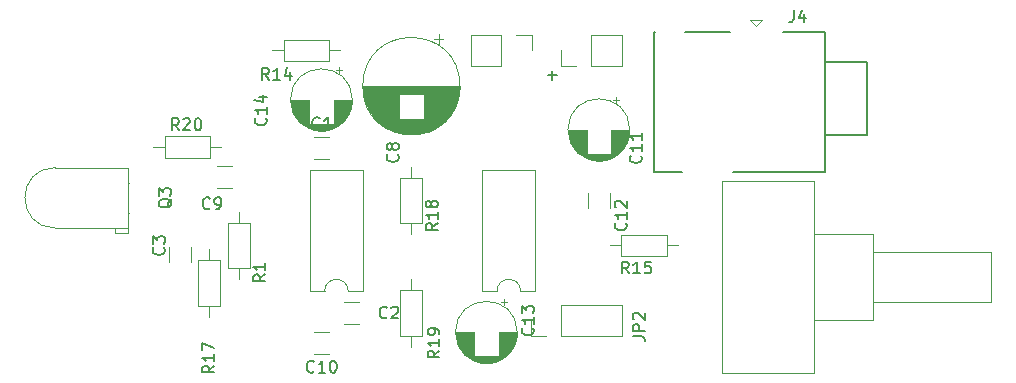
<source format=gbr>
%TF.GenerationSoftware,KiCad,Pcbnew,5.1.9+dfsg1-1*%
%TF.CreationDate,2021-10-11T12:45:34+00:00*%
%TF.ProjectId,LiRX_tht,4c695258-5f74-4687-942e-6b696361645f,rev?*%
%TF.SameCoordinates,Original*%
%TF.FileFunction,Legend,Top*%
%TF.FilePolarity,Positive*%
%FSLAX46Y46*%
G04 Gerber Fmt 4.6, Leading zero omitted, Abs format (unit mm)*
G04 Created by KiCad (PCBNEW 5.1.9+dfsg1-1) date 2021-10-11 12:45:34*
%MOMM*%
%LPD*%
G01*
G04 APERTURE LIST*
%ADD10C,0.150000*%
%ADD11C,0.120000*%
G04 APERTURE END LIST*
D10*
X109347047Y-84653428D02*
X110108952Y-84653428D01*
X109728000Y-85034380D02*
X109728000Y-84272476D01*
D11*
%TO.C,U2*%
X103795000Y-102930000D02*
X105045000Y-102930000D01*
X103795000Y-92650000D02*
X103795000Y-102930000D01*
X108295000Y-92650000D02*
X103795000Y-92650000D01*
X108295000Y-102930000D02*
X108295000Y-92650000D01*
X107045000Y-102930000D02*
X108295000Y-102930000D01*
X105045000Y-102930000D02*
G75*
G02*
X107045000Y-102930000I1000000J0D01*
G01*
%TO.C,C11*%
X115390000Y-86710225D02*
X114890000Y-86710225D01*
X115140000Y-86460225D02*
X115140000Y-86960225D01*
X113949000Y-91866000D02*
X113381000Y-91866000D01*
X114183000Y-91826000D02*
X113147000Y-91826000D01*
X114342000Y-91786000D02*
X112988000Y-91786000D01*
X114470000Y-91746000D02*
X112860000Y-91746000D01*
X114580000Y-91706000D02*
X112750000Y-91706000D01*
X114676000Y-91666000D02*
X112654000Y-91666000D01*
X114763000Y-91626000D02*
X112567000Y-91626000D01*
X114843000Y-91586000D02*
X112487000Y-91586000D01*
X114916000Y-91546000D02*
X112414000Y-91546000D01*
X114984000Y-91506000D02*
X112346000Y-91506000D01*
X115048000Y-91466000D02*
X112282000Y-91466000D01*
X115108000Y-91426000D02*
X112222000Y-91426000D01*
X115165000Y-91386000D02*
X112165000Y-91386000D01*
X115219000Y-91346000D02*
X112111000Y-91346000D01*
X115270000Y-91306000D02*
X112060000Y-91306000D01*
X112625000Y-91266000D02*
X112012000Y-91266000D01*
X115318000Y-91266000D02*
X114705000Y-91266000D01*
X112625000Y-91226000D02*
X111966000Y-91226000D01*
X115364000Y-91226000D02*
X114705000Y-91226000D01*
X112625000Y-91186000D02*
X111922000Y-91186000D01*
X115408000Y-91186000D02*
X114705000Y-91186000D01*
X112625000Y-91146000D02*
X111880000Y-91146000D01*
X115450000Y-91146000D02*
X114705000Y-91146000D01*
X112625000Y-91106000D02*
X111839000Y-91106000D01*
X115491000Y-91106000D02*
X114705000Y-91106000D01*
X112625000Y-91066000D02*
X111801000Y-91066000D01*
X115529000Y-91066000D02*
X114705000Y-91066000D01*
X112625000Y-91026000D02*
X111764000Y-91026000D01*
X115566000Y-91026000D02*
X114705000Y-91026000D01*
X112625000Y-90986000D02*
X111728000Y-90986000D01*
X115602000Y-90986000D02*
X114705000Y-90986000D01*
X112625000Y-90946000D02*
X111694000Y-90946000D01*
X115636000Y-90946000D02*
X114705000Y-90946000D01*
X112625000Y-90906000D02*
X111661000Y-90906000D01*
X115669000Y-90906000D02*
X114705000Y-90906000D01*
X112625000Y-90866000D02*
X111630000Y-90866000D01*
X115700000Y-90866000D02*
X114705000Y-90866000D01*
X112625000Y-90826000D02*
X111600000Y-90826000D01*
X115730000Y-90826000D02*
X114705000Y-90826000D01*
X112625000Y-90786000D02*
X111570000Y-90786000D01*
X115760000Y-90786000D02*
X114705000Y-90786000D01*
X112625000Y-90746000D02*
X111543000Y-90746000D01*
X115787000Y-90746000D02*
X114705000Y-90746000D01*
X112625000Y-90706000D02*
X111516000Y-90706000D01*
X115814000Y-90706000D02*
X114705000Y-90706000D01*
X112625000Y-90666000D02*
X111490000Y-90666000D01*
X115840000Y-90666000D02*
X114705000Y-90666000D01*
X112625000Y-90626000D02*
X111465000Y-90626000D01*
X115865000Y-90626000D02*
X114705000Y-90626000D01*
X112625000Y-90586000D02*
X111441000Y-90586000D01*
X115889000Y-90586000D02*
X114705000Y-90586000D01*
X112625000Y-90546000D02*
X111418000Y-90546000D01*
X115912000Y-90546000D02*
X114705000Y-90546000D01*
X112625000Y-90506000D02*
X111397000Y-90506000D01*
X115933000Y-90506000D02*
X114705000Y-90506000D01*
X112625000Y-90466000D02*
X111375000Y-90466000D01*
X115955000Y-90466000D02*
X114705000Y-90466000D01*
X112625000Y-90426000D02*
X111355000Y-90426000D01*
X115975000Y-90426000D02*
X114705000Y-90426000D01*
X112625000Y-90386000D02*
X111336000Y-90386000D01*
X115994000Y-90386000D02*
X114705000Y-90386000D01*
X112625000Y-90346000D02*
X111317000Y-90346000D01*
X116013000Y-90346000D02*
X114705000Y-90346000D01*
X112625000Y-90306000D02*
X111300000Y-90306000D01*
X116030000Y-90306000D02*
X114705000Y-90306000D01*
X112625000Y-90266000D02*
X111283000Y-90266000D01*
X116047000Y-90266000D02*
X114705000Y-90266000D01*
X112625000Y-90226000D02*
X111267000Y-90226000D01*
X116063000Y-90226000D02*
X114705000Y-90226000D01*
X112625000Y-90186000D02*
X111251000Y-90186000D01*
X116079000Y-90186000D02*
X114705000Y-90186000D01*
X112625000Y-90146000D02*
X111237000Y-90146000D01*
X116093000Y-90146000D02*
X114705000Y-90146000D01*
X112625000Y-90106000D02*
X111223000Y-90106000D01*
X116107000Y-90106000D02*
X114705000Y-90106000D01*
X112625000Y-90066000D02*
X111210000Y-90066000D01*
X116120000Y-90066000D02*
X114705000Y-90066000D01*
X112625000Y-90026000D02*
X111197000Y-90026000D01*
X116133000Y-90026000D02*
X114705000Y-90026000D01*
X112625000Y-89986000D02*
X111185000Y-89986000D01*
X116145000Y-89986000D02*
X114705000Y-89986000D01*
X112625000Y-89945000D02*
X111174000Y-89945000D01*
X116156000Y-89945000D02*
X114705000Y-89945000D01*
X112625000Y-89905000D02*
X111164000Y-89905000D01*
X116166000Y-89905000D02*
X114705000Y-89905000D01*
X112625000Y-89865000D02*
X111154000Y-89865000D01*
X116176000Y-89865000D02*
X114705000Y-89865000D01*
X112625000Y-89825000D02*
X111145000Y-89825000D01*
X116185000Y-89825000D02*
X114705000Y-89825000D01*
X112625000Y-89785000D02*
X111137000Y-89785000D01*
X116193000Y-89785000D02*
X114705000Y-89785000D01*
X112625000Y-89745000D02*
X111129000Y-89745000D01*
X116201000Y-89745000D02*
X114705000Y-89745000D01*
X112625000Y-89705000D02*
X111122000Y-89705000D01*
X116208000Y-89705000D02*
X114705000Y-89705000D01*
X112625000Y-89665000D02*
X111115000Y-89665000D01*
X116215000Y-89665000D02*
X114705000Y-89665000D01*
X112625000Y-89625000D02*
X111109000Y-89625000D01*
X116221000Y-89625000D02*
X114705000Y-89625000D01*
X112625000Y-89585000D02*
X111104000Y-89585000D01*
X116226000Y-89585000D02*
X114705000Y-89585000D01*
X112625000Y-89545000D02*
X111100000Y-89545000D01*
X116230000Y-89545000D02*
X114705000Y-89545000D01*
X112625000Y-89505000D02*
X111096000Y-89505000D01*
X116234000Y-89505000D02*
X114705000Y-89505000D01*
X112625000Y-89465000D02*
X111092000Y-89465000D01*
X116238000Y-89465000D02*
X114705000Y-89465000D01*
X112625000Y-89425000D02*
X111089000Y-89425000D01*
X116241000Y-89425000D02*
X114705000Y-89425000D01*
X112625000Y-89385000D02*
X111087000Y-89385000D01*
X116243000Y-89385000D02*
X114705000Y-89385000D01*
X112625000Y-89345000D02*
X111086000Y-89345000D01*
X116244000Y-89345000D02*
X114705000Y-89345000D01*
X116245000Y-89305000D02*
X114705000Y-89305000D01*
X112625000Y-89305000D02*
X111085000Y-89305000D01*
X116245000Y-89265000D02*
X114705000Y-89265000D01*
X112625000Y-89265000D02*
X111085000Y-89265000D01*
X116285000Y-89265000D02*
G75*
G03*
X116285000Y-89265000I-2620000J0D01*
G01*
%TO.C,BT1*%
X115630000Y-83880000D02*
X115630000Y-81220000D01*
X113030000Y-83880000D02*
X115630000Y-83880000D01*
X113030000Y-81220000D02*
X115630000Y-81220000D01*
X113030000Y-83880000D02*
X113030000Y-81220000D01*
X111760000Y-83880000D02*
X110430000Y-83880000D01*
X110430000Y-83880000D02*
X110430000Y-82550000D01*
%TO.C,C9*%
X82564000Y-94170000D02*
X81306000Y-94170000D01*
X82564000Y-92330000D02*
X81306000Y-92330000D01*
%TO.C,C10*%
X90819000Y-108235000D02*
X89561000Y-108235000D01*
X90819000Y-106395000D02*
X89561000Y-106395000D01*
%TO.C,C12*%
X112745000Y-94601000D02*
X112745000Y-95859000D01*
X114585000Y-94601000D02*
X114585000Y-95859000D01*
%TO.C,J4*%
X126500000Y-79950000D02*
X127000000Y-80500000D01*
X127500000Y-79950000D02*
X126500000Y-79950000D01*
X127000000Y-80500000D02*
X127500000Y-79950000D01*
D10*
X132800000Y-92800000D02*
X125050000Y-92800000D01*
X120700000Y-92800000D02*
X118300000Y-92800000D01*
X118300000Y-92800000D02*
X118300000Y-81000000D01*
X118300000Y-81000000D02*
X118400000Y-81000000D01*
X121000000Y-81000000D02*
X124750000Y-81000000D01*
X129250000Y-81000000D02*
X132800000Y-81000000D01*
X132800000Y-81000000D02*
X132800000Y-92800000D01*
X132800000Y-89700000D02*
X136400000Y-89700000D01*
X136400000Y-89700000D02*
X136400000Y-83500000D01*
X136400000Y-83500000D02*
X132800000Y-83500000D01*
D11*
%TO.C,JP2*%
X115630000Y-106740000D02*
X115630000Y-104080000D01*
X110490000Y-106740000D02*
X115630000Y-106740000D01*
X110490000Y-104080000D02*
X115630000Y-104080000D01*
X110490000Y-106740000D02*
X110490000Y-104080000D01*
X109220000Y-106740000D02*
X107890000Y-106740000D01*
X107890000Y-106740000D02*
X107890000Y-105410000D01*
%TO.C,R1*%
X83185000Y-96190000D02*
X83185000Y-97140000D01*
X83185000Y-101930000D02*
X83185000Y-100980000D01*
X82265000Y-97140000D02*
X82265000Y-100980000D01*
X84105000Y-97140000D02*
X82265000Y-97140000D01*
X84105000Y-100980000D02*
X84105000Y-97140000D01*
X82265000Y-100980000D02*
X84105000Y-100980000D01*
%TO.C,R14*%
X86030000Y-82550000D02*
X86980000Y-82550000D01*
X91770000Y-82550000D02*
X90820000Y-82550000D01*
X86980000Y-83470000D02*
X90820000Y-83470000D01*
X86980000Y-81630000D02*
X86980000Y-83470000D01*
X90820000Y-81630000D02*
X86980000Y-81630000D01*
X90820000Y-83470000D02*
X90820000Y-81630000D01*
%TO.C,R15*%
X115555000Y-98140000D02*
X115555000Y-99980000D01*
X115555000Y-99980000D02*
X119395000Y-99980000D01*
X119395000Y-99980000D02*
X119395000Y-98140000D01*
X119395000Y-98140000D02*
X115555000Y-98140000D01*
X114605000Y-99060000D02*
X115555000Y-99060000D01*
X120345000Y-99060000D02*
X119395000Y-99060000D01*
%TO.C,R17*%
X80645000Y-99365000D02*
X80645000Y-100315000D01*
X80645000Y-105105000D02*
X80645000Y-104155000D01*
X79725000Y-100315000D02*
X79725000Y-104155000D01*
X81565000Y-100315000D02*
X79725000Y-100315000D01*
X81565000Y-104155000D02*
X81565000Y-100315000D01*
X79725000Y-104155000D02*
X81565000Y-104155000D01*
%TO.C,R18*%
X98710000Y-93330000D02*
X96870000Y-93330000D01*
X96870000Y-93330000D02*
X96870000Y-97170000D01*
X96870000Y-97170000D02*
X98710000Y-97170000D01*
X98710000Y-97170000D02*
X98710000Y-93330000D01*
X97790000Y-92380000D02*
X97790000Y-93330000D01*
X97790000Y-98120000D02*
X97790000Y-97170000D01*
%TO.C,R19*%
X98710000Y-102855000D02*
X96870000Y-102855000D01*
X96870000Y-102855000D02*
X96870000Y-106695000D01*
X96870000Y-106695000D02*
X98710000Y-106695000D01*
X98710000Y-106695000D02*
X98710000Y-102855000D01*
X97790000Y-101905000D02*
X97790000Y-102855000D01*
X97790000Y-107645000D02*
X97790000Y-106695000D01*
%TO.C,R20*%
X80730000Y-91670000D02*
X80730000Y-89830000D01*
X80730000Y-89830000D02*
X76890000Y-89830000D01*
X76890000Y-89830000D02*
X76890000Y-91670000D01*
X76890000Y-91670000D02*
X80730000Y-91670000D01*
X81680000Y-90750000D02*
X80730000Y-90750000D01*
X75940000Y-90750000D02*
X76890000Y-90750000D01*
%TO.C,RV3*%
X124130000Y-93630000D02*
X131870000Y-93630000D01*
X124130000Y-109870000D02*
X131870000Y-109870000D01*
X124130000Y-93630000D02*
X124130000Y-109870000D01*
X131870000Y-93630000D02*
X131870000Y-109870000D01*
X131870000Y-98130000D02*
X136870000Y-98130000D01*
X131870000Y-105370000D02*
X136870000Y-105370000D01*
X131870000Y-98130000D02*
X131870000Y-105370000D01*
X136870000Y-98130000D02*
X136870000Y-105370000D01*
X136870000Y-99630000D02*
X146870000Y-99630000D01*
X136870000Y-103870000D02*
X146870000Y-103870000D01*
X136870000Y-99630000D02*
X136870000Y-103870000D01*
X146870000Y-99630000D02*
X146870000Y-103870000D01*
%TO.C,J10*%
X102810000Y-81220000D02*
X102810000Y-83880000D01*
X105410000Y-81220000D02*
X102810000Y-81220000D01*
X105410000Y-83880000D02*
X102810000Y-83880000D01*
X105410000Y-81220000D02*
X105410000Y-83880000D01*
X106680000Y-81220000D02*
X108010000Y-81220000D01*
X108010000Y-81220000D02*
X108010000Y-82550000D01*
%TO.C,U3*%
X92440000Y-102930000D02*
X93690000Y-102930000D01*
X93690000Y-102930000D02*
X93690000Y-92650000D01*
X93690000Y-92650000D02*
X89190000Y-92650000D01*
X89190000Y-92650000D02*
X89190000Y-102930000D01*
X89190000Y-102930000D02*
X90440000Y-102930000D01*
X90440000Y-102930000D02*
G75*
G02*
X92440000Y-102930000I1000000J0D01*
G01*
%TO.C,C8*%
X100505000Y-81560302D02*
X99705000Y-81560302D01*
X100105000Y-81160302D02*
X100105000Y-81960302D01*
X98323000Y-89651000D02*
X97257000Y-89651000D01*
X98558000Y-89611000D02*
X97022000Y-89611000D01*
X98738000Y-89571000D02*
X96842000Y-89571000D01*
X98888000Y-89531000D02*
X96692000Y-89531000D01*
X99019000Y-89491000D02*
X96561000Y-89491000D01*
X99136000Y-89451000D02*
X96444000Y-89451000D01*
X99243000Y-89411000D02*
X96337000Y-89411000D01*
X99342000Y-89371000D02*
X96238000Y-89371000D01*
X99435000Y-89331000D02*
X96145000Y-89331000D01*
X99521000Y-89291000D02*
X96059000Y-89291000D01*
X99603000Y-89251000D02*
X95977000Y-89251000D01*
X99680000Y-89211000D02*
X95900000Y-89211000D01*
X99754000Y-89171000D02*
X95826000Y-89171000D01*
X99824000Y-89131000D02*
X95756000Y-89131000D01*
X99892000Y-89091000D02*
X95688000Y-89091000D01*
X99956000Y-89051000D02*
X95624000Y-89051000D01*
X100018000Y-89011000D02*
X95562000Y-89011000D01*
X100077000Y-88971000D02*
X95503000Y-88971000D01*
X100135000Y-88931000D02*
X95445000Y-88931000D01*
X100190000Y-88891000D02*
X95390000Y-88891000D01*
X100244000Y-88851000D02*
X95336000Y-88851000D01*
X100295000Y-88811000D02*
X95285000Y-88811000D01*
X100346000Y-88771000D02*
X95234000Y-88771000D01*
X100394000Y-88731000D02*
X95186000Y-88731000D01*
X100441000Y-88691000D02*
X95139000Y-88691000D01*
X100487000Y-88651000D02*
X95093000Y-88651000D01*
X100531000Y-88611000D02*
X95049000Y-88611000D01*
X100574000Y-88571000D02*
X95006000Y-88571000D01*
X100616000Y-88531000D02*
X94964000Y-88531000D01*
X100657000Y-88491000D02*
X94923000Y-88491000D01*
X100697000Y-88451000D02*
X94883000Y-88451000D01*
X100735000Y-88411000D02*
X94845000Y-88411000D01*
X100773000Y-88371000D02*
X94807000Y-88371000D01*
X96750000Y-88331000D02*
X94771000Y-88331000D01*
X100809000Y-88331000D02*
X98830000Y-88331000D01*
X96750000Y-88291000D02*
X94735000Y-88291000D01*
X100845000Y-88291000D02*
X98830000Y-88291000D01*
X96750000Y-88251000D02*
X94700000Y-88251000D01*
X100880000Y-88251000D02*
X98830000Y-88251000D01*
X96750000Y-88211000D02*
X94666000Y-88211000D01*
X100914000Y-88211000D02*
X98830000Y-88211000D01*
X96750000Y-88171000D02*
X94634000Y-88171000D01*
X100946000Y-88171000D02*
X98830000Y-88171000D01*
X96750000Y-88131000D02*
X94601000Y-88131000D01*
X100979000Y-88131000D02*
X98830000Y-88131000D01*
X96750000Y-88091000D02*
X94570000Y-88091000D01*
X101010000Y-88091000D02*
X98830000Y-88091000D01*
X96750000Y-88051000D02*
X94540000Y-88051000D01*
X101040000Y-88051000D02*
X98830000Y-88051000D01*
X96750000Y-88011000D02*
X94510000Y-88011000D01*
X101070000Y-88011000D02*
X98830000Y-88011000D01*
X96750000Y-87971000D02*
X94481000Y-87971000D01*
X101099000Y-87971000D02*
X98830000Y-87971000D01*
X96750000Y-87931000D02*
X94452000Y-87931000D01*
X101128000Y-87931000D02*
X98830000Y-87931000D01*
X96750000Y-87891000D02*
X94425000Y-87891000D01*
X101155000Y-87891000D02*
X98830000Y-87891000D01*
X96750000Y-87851000D02*
X94398000Y-87851000D01*
X101182000Y-87851000D02*
X98830000Y-87851000D01*
X96750000Y-87811000D02*
X94372000Y-87811000D01*
X101208000Y-87811000D02*
X98830000Y-87811000D01*
X96750000Y-87771000D02*
X94346000Y-87771000D01*
X101234000Y-87771000D02*
X98830000Y-87771000D01*
X96750000Y-87731000D02*
X94321000Y-87731000D01*
X101259000Y-87731000D02*
X98830000Y-87731000D01*
X96750000Y-87691000D02*
X94297000Y-87691000D01*
X101283000Y-87691000D02*
X98830000Y-87691000D01*
X96750000Y-87651000D02*
X94273000Y-87651000D01*
X101307000Y-87651000D02*
X98830000Y-87651000D01*
X96750000Y-87611000D02*
X94250000Y-87611000D01*
X101330000Y-87611000D02*
X98830000Y-87611000D01*
X96750000Y-87571000D02*
X94228000Y-87571000D01*
X101352000Y-87571000D02*
X98830000Y-87571000D01*
X96750000Y-87531000D02*
X94206000Y-87531000D01*
X101374000Y-87531000D02*
X98830000Y-87531000D01*
X96750000Y-87491000D02*
X94184000Y-87491000D01*
X101396000Y-87491000D02*
X98830000Y-87491000D01*
X96750000Y-87451000D02*
X94163000Y-87451000D01*
X101417000Y-87451000D02*
X98830000Y-87451000D01*
X96750000Y-87411000D02*
X94143000Y-87411000D01*
X101437000Y-87411000D02*
X98830000Y-87411000D01*
X96750000Y-87371000D02*
X94124000Y-87371000D01*
X101456000Y-87371000D02*
X98830000Y-87371000D01*
X96750000Y-87331000D02*
X94104000Y-87331000D01*
X101476000Y-87331000D02*
X98830000Y-87331000D01*
X96750000Y-87291000D02*
X94086000Y-87291000D01*
X101494000Y-87291000D02*
X98830000Y-87291000D01*
X96750000Y-87251000D02*
X94068000Y-87251000D01*
X101512000Y-87251000D02*
X98830000Y-87251000D01*
X96750000Y-87211000D02*
X94050000Y-87211000D01*
X101530000Y-87211000D02*
X98830000Y-87211000D01*
X96750000Y-87171000D02*
X94033000Y-87171000D01*
X101547000Y-87171000D02*
X98830000Y-87171000D01*
X96750000Y-87131000D02*
X94016000Y-87131000D01*
X101564000Y-87131000D02*
X98830000Y-87131000D01*
X96750000Y-87091000D02*
X94000000Y-87091000D01*
X101580000Y-87091000D02*
X98830000Y-87091000D01*
X96750000Y-87051000D02*
X93985000Y-87051000D01*
X101595000Y-87051000D02*
X98830000Y-87051000D01*
X96750000Y-87011000D02*
X93969000Y-87011000D01*
X101611000Y-87011000D02*
X98830000Y-87011000D01*
X96750000Y-86971000D02*
X93955000Y-86971000D01*
X101625000Y-86971000D02*
X98830000Y-86971000D01*
X96750000Y-86931000D02*
X93940000Y-86931000D01*
X101640000Y-86931000D02*
X98830000Y-86931000D01*
X96750000Y-86891000D02*
X93927000Y-86891000D01*
X101653000Y-86891000D02*
X98830000Y-86891000D01*
X96750000Y-86851000D02*
X93913000Y-86851000D01*
X101667000Y-86851000D02*
X98830000Y-86851000D01*
X96750000Y-86811000D02*
X93901000Y-86811000D01*
X101679000Y-86811000D02*
X98830000Y-86811000D01*
X96750000Y-86771000D02*
X93888000Y-86771000D01*
X101692000Y-86771000D02*
X98830000Y-86771000D01*
X96750000Y-86731000D02*
X93876000Y-86731000D01*
X101704000Y-86731000D02*
X98830000Y-86731000D01*
X96750000Y-86691000D02*
X93865000Y-86691000D01*
X101715000Y-86691000D02*
X98830000Y-86691000D01*
X96750000Y-86651000D02*
X93854000Y-86651000D01*
X101726000Y-86651000D02*
X98830000Y-86651000D01*
X96750000Y-86611000D02*
X93843000Y-86611000D01*
X101737000Y-86611000D02*
X98830000Y-86611000D01*
X96750000Y-86571000D02*
X93833000Y-86571000D01*
X101747000Y-86571000D02*
X98830000Y-86571000D01*
X96750000Y-86531000D02*
X93823000Y-86531000D01*
X101757000Y-86531000D02*
X98830000Y-86531000D01*
X96750000Y-86491000D02*
X93814000Y-86491000D01*
X101766000Y-86491000D02*
X98830000Y-86491000D01*
X96750000Y-86451000D02*
X93805000Y-86451000D01*
X101775000Y-86451000D02*
X98830000Y-86451000D01*
X96750000Y-86411000D02*
X93796000Y-86411000D01*
X101784000Y-86411000D02*
X98830000Y-86411000D01*
X96750000Y-86371000D02*
X93788000Y-86371000D01*
X101792000Y-86371000D02*
X98830000Y-86371000D01*
X96750000Y-86331000D02*
X93780000Y-86331000D01*
X101800000Y-86331000D02*
X98830000Y-86331000D01*
X96750000Y-86291000D02*
X93773000Y-86291000D01*
X101807000Y-86291000D02*
X98830000Y-86291000D01*
X101814000Y-86250000D02*
X93766000Y-86250000D01*
X101820000Y-86210000D02*
X93760000Y-86210000D01*
X101827000Y-86170000D02*
X93753000Y-86170000D01*
X101832000Y-86130000D02*
X93748000Y-86130000D01*
X101838000Y-86090000D02*
X93742000Y-86090000D01*
X101842000Y-86050000D02*
X93738000Y-86050000D01*
X101847000Y-86010000D02*
X93733000Y-86010000D01*
X101851000Y-85970000D02*
X93729000Y-85970000D01*
X101855000Y-85930000D02*
X93725000Y-85930000D01*
X101858000Y-85890000D02*
X93722000Y-85890000D01*
X101861000Y-85850000D02*
X93719000Y-85850000D01*
X101864000Y-85810000D02*
X93716000Y-85810000D01*
X101866000Y-85770000D02*
X93714000Y-85770000D01*
X101867000Y-85730000D02*
X93713000Y-85730000D01*
X101869000Y-85690000D02*
X93711000Y-85690000D01*
X101870000Y-85650000D02*
X93710000Y-85650000D01*
X101870000Y-85610000D02*
X93710000Y-85610000D01*
X101870000Y-85570000D02*
X93710000Y-85570000D01*
X101910000Y-85570000D02*
G75*
G03*
X101910000Y-85570000I-4120000J0D01*
G01*
%TO.C,C13*%
X106760000Y-106410000D02*
G75*
G03*
X106760000Y-106410000I-2620000J0D01*
G01*
X103100000Y-106410000D02*
X101560000Y-106410000D01*
X106720000Y-106410000D02*
X105180000Y-106410000D01*
X103100000Y-106450000D02*
X101560000Y-106450000D01*
X106720000Y-106450000D02*
X105180000Y-106450000D01*
X106719000Y-106490000D02*
X105180000Y-106490000D01*
X103100000Y-106490000D02*
X101561000Y-106490000D01*
X106718000Y-106530000D02*
X105180000Y-106530000D01*
X103100000Y-106530000D02*
X101562000Y-106530000D01*
X106716000Y-106570000D02*
X105180000Y-106570000D01*
X103100000Y-106570000D02*
X101564000Y-106570000D01*
X106713000Y-106610000D02*
X105180000Y-106610000D01*
X103100000Y-106610000D02*
X101567000Y-106610000D01*
X106709000Y-106650000D02*
X105180000Y-106650000D01*
X103100000Y-106650000D02*
X101571000Y-106650000D01*
X106705000Y-106690000D02*
X105180000Y-106690000D01*
X103100000Y-106690000D02*
X101575000Y-106690000D01*
X106701000Y-106730000D02*
X105180000Y-106730000D01*
X103100000Y-106730000D02*
X101579000Y-106730000D01*
X106696000Y-106770000D02*
X105180000Y-106770000D01*
X103100000Y-106770000D02*
X101584000Y-106770000D01*
X106690000Y-106810000D02*
X105180000Y-106810000D01*
X103100000Y-106810000D02*
X101590000Y-106810000D01*
X106683000Y-106850000D02*
X105180000Y-106850000D01*
X103100000Y-106850000D02*
X101597000Y-106850000D01*
X106676000Y-106890000D02*
X105180000Y-106890000D01*
X103100000Y-106890000D02*
X101604000Y-106890000D01*
X106668000Y-106930000D02*
X105180000Y-106930000D01*
X103100000Y-106930000D02*
X101612000Y-106930000D01*
X106660000Y-106970000D02*
X105180000Y-106970000D01*
X103100000Y-106970000D02*
X101620000Y-106970000D01*
X106651000Y-107010000D02*
X105180000Y-107010000D01*
X103100000Y-107010000D02*
X101629000Y-107010000D01*
X106641000Y-107050000D02*
X105180000Y-107050000D01*
X103100000Y-107050000D02*
X101639000Y-107050000D01*
X106631000Y-107090000D02*
X105180000Y-107090000D01*
X103100000Y-107090000D02*
X101649000Y-107090000D01*
X106620000Y-107131000D02*
X105180000Y-107131000D01*
X103100000Y-107131000D02*
X101660000Y-107131000D01*
X106608000Y-107171000D02*
X105180000Y-107171000D01*
X103100000Y-107171000D02*
X101672000Y-107171000D01*
X106595000Y-107211000D02*
X105180000Y-107211000D01*
X103100000Y-107211000D02*
X101685000Y-107211000D01*
X106582000Y-107251000D02*
X105180000Y-107251000D01*
X103100000Y-107251000D02*
X101698000Y-107251000D01*
X106568000Y-107291000D02*
X105180000Y-107291000D01*
X103100000Y-107291000D02*
X101712000Y-107291000D01*
X106554000Y-107331000D02*
X105180000Y-107331000D01*
X103100000Y-107331000D02*
X101726000Y-107331000D01*
X106538000Y-107371000D02*
X105180000Y-107371000D01*
X103100000Y-107371000D02*
X101742000Y-107371000D01*
X106522000Y-107411000D02*
X105180000Y-107411000D01*
X103100000Y-107411000D02*
X101758000Y-107411000D01*
X106505000Y-107451000D02*
X105180000Y-107451000D01*
X103100000Y-107451000D02*
X101775000Y-107451000D01*
X106488000Y-107491000D02*
X105180000Y-107491000D01*
X103100000Y-107491000D02*
X101792000Y-107491000D01*
X106469000Y-107531000D02*
X105180000Y-107531000D01*
X103100000Y-107531000D02*
X101811000Y-107531000D01*
X106450000Y-107571000D02*
X105180000Y-107571000D01*
X103100000Y-107571000D02*
X101830000Y-107571000D01*
X106430000Y-107611000D02*
X105180000Y-107611000D01*
X103100000Y-107611000D02*
X101850000Y-107611000D01*
X106408000Y-107651000D02*
X105180000Y-107651000D01*
X103100000Y-107651000D02*
X101872000Y-107651000D01*
X106387000Y-107691000D02*
X105180000Y-107691000D01*
X103100000Y-107691000D02*
X101893000Y-107691000D01*
X106364000Y-107731000D02*
X105180000Y-107731000D01*
X103100000Y-107731000D02*
X101916000Y-107731000D01*
X106340000Y-107771000D02*
X105180000Y-107771000D01*
X103100000Y-107771000D02*
X101940000Y-107771000D01*
X106315000Y-107811000D02*
X105180000Y-107811000D01*
X103100000Y-107811000D02*
X101965000Y-107811000D01*
X106289000Y-107851000D02*
X105180000Y-107851000D01*
X103100000Y-107851000D02*
X101991000Y-107851000D01*
X106262000Y-107891000D02*
X105180000Y-107891000D01*
X103100000Y-107891000D02*
X102018000Y-107891000D01*
X106235000Y-107931000D02*
X105180000Y-107931000D01*
X103100000Y-107931000D02*
X102045000Y-107931000D01*
X106205000Y-107971000D02*
X105180000Y-107971000D01*
X103100000Y-107971000D02*
X102075000Y-107971000D01*
X106175000Y-108011000D02*
X105180000Y-108011000D01*
X103100000Y-108011000D02*
X102105000Y-108011000D01*
X106144000Y-108051000D02*
X105180000Y-108051000D01*
X103100000Y-108051000D02*
X102136000Y-108051000D01*
X106111000Y-108091000D02*
X105180000Y-108091000D01*
X103100000Y-108091000D02*
X102169000Y-108091000D01*
X106077000Y-108131000D02*
X105180000Y-108131000D01*
X103100000Y-108131000D02*
X102203000Y-108131000D01*
X106041000Y-108171000D02*
X105180000Y-108171000D01*
X103100000Y-108171000D02*
X102239000Y-108171000D01*
X106004000Y-108211000D02*
X105180000Y-108211000D01*
X103100000Y-108211000D02*
X102276000Y-108211000D01*
X105966000Y-108251000D02*
X105180000Y-108251000D01*
X103100000Y-108251000D02*
X102314000Y-108251000D01*
X105925000Y-108291000D02*
X105180000Y-108291000D01*
X103100000Y-108291000D02*
X102355000Y-108291000D01*
X105883000Y-108331000D02*
X105180000Y-108331000D01*
X103100000Y-108331000D02*
X102397000Y-108331000D01*
X105839000Y-108371000D02*
X105180000Y-108371000D01*
X103100000Y-108371000D02*
X102441000Y-108371000D01*
X105793000Y-108411000D02*
X105180000Y-108411000D01*
X103100000Y-108411000D02*
X102487000Y-108411000D01*
X105745000Y-108451000D02*
X102535000Y-108451000D01*
X105694000Y-108491000D02*
X102586000Y-108491000D01*
X105640000Y-108531000D02*
X102640000Y-108531000D01*
X105583000Y-108571000D02*
X102697000Y-108571000D01*
X105523000Y-108611000D02*
X102757000Y-108611000D01*
X105459000Y-108651000D02*
X102821000Y-108651000D01*
X105391000Y-108691000D02*
X102889000Y-108691000D01*
X105318000Y-108731000D02*
X102962000Y-108731000D01*
X105238000Y-108771000D02*
X103042000Y-108771000D01*
X105151000Y-108811000D02*
X103129000Y-108811000D01*
X105055000Y-108851000D02*
X103225000Y-108851000D01*
X104945000Y-108891000D02*
X103335000Y-108891000D01*
X104817000Y-108931000D02*
X103463000Y-108931000D01*
X104658000Y-108971000D02*
X103622000Y-108971000D01*
X104424000Y-109011000D02*
X103856000Y-109011000D01*
X105615000Y-103605225D02*
X105615000Y-104105225D01*
X105865000Y-103855225D02*
X105365000Y-103855225D01*
%TO.C,C14*%
X91895000Y-84170225D02*
X91395000Y-84170225D01*
X91645000Y-83920225D02*
X91645000Y-84420225D01*
X90454000Y-89326000D02*
X89886000Y-89326000D01*
X90688000Y-89286000D02*
X89652000Y-89286000D01*
X90847000Y-89246000D02*
X89493000Y-89246000D01*
X90975000Y-89206000D02*
X89365000Y-89206000D01*
X91085000Y-89166000D02*
X89255000Y-89166000D01*
X91181000Y-89126000D02*
X89159000Y-89126000D01*
X91268000Y-89086000D02*
X89072000Y-89086000D01*
X91348000Y-89046000D02*
X88992000Y-89046000D01*
X91421000Y-89006000D02*
X88919000Y-89006000D01*
X91489000Y-88966000D02*
X88851000Y-88966000D01*
X91553000Y-88926000D02*
X88787000Y-88926000D01*
X91613000Y-88886000D02*
X88727000Y-88886000D01*
X91670000Y-88846000D02*
X88670000Y-88846000D01*
X91724000Y-88806000D02*
X88616000Y-88806000D01*
X91775000Y-88766000D02*
X88565000Y-88766000D01*
X89130000Y-88726000D02*
X88517000Y-88726000D01*
X91823000Y-88726000D02*
X91210000Y-88726000D01*
X89130000Y-88686000D02*
X88471000Y-88686000D01*
X91869000Y-88686000D02*
X91210000Y-88686000D01*
X89130000Y-88646000D02*
X88427000Y-88646000D01*
X91913000Y-88646000D02*
X91210000Y-88646000D01*
X89130000Y-88606000D02*
X88385000Y-88606000D01*
X91955000Y-88606000D02*
X91210000Y-88606000D01*
X89130000Y-88566000D02*
X88344000Y-88566000D01*
X91996000Y-88566000D02*
X91210000Y-88566000D01*
X89130000Y-88526000D02*
X88306000Y-88526000D01*
X92034000Y-88526000D02*
X91210000Y-88526000D01*
X89130000Y-88486000D02*
X88269000Y-88486000D01*
X92071000Y-88486000D02*
X91210000Y-88486000D01*
X89130000Y-88446000D02*
X88233000Y-88446000D01*
X92107000Y-88446000D02*
X91210000Y-88446000D01*
X89130000Y-88406000D02*
X88199000Y-88406000D01*
X92141000Y-88406000D02*
X91210000Y-88406000D01*
X89130000Y-88366000D02*
X88166000Y-88366000D01*
X92174000Y-88366000D02*
X91210000Y-88366000D01*
X89130000Y-88326000D02*
X88135000Y-88326000D01*
X92205000Y-88326000D02*
X91210000Y-88326000D01*
X89130000Y-88286000D02*
X88105000Y-88286000D01*
X92235000Y-88286000D02*
X91210000Y-88286000D01*
X89130000Y-88246000D02*
X88075000Y-88246000D01*
X92265000Y-88246000D02*
X91210000Y-88246000D01*
X89130000Y-88206000D02*
X88048000Y-88206000D01*
X92292000Y-88206000D02*
X91210000Y-88206000D01*
X89130000Y-88166000D02*
X88021000Y-88166000D01*
X92319000Y-88166000D02*
X91210000Y-88166000D01*
X89130000Y-88126000D02*
X87995000Y-88126000D01*
X92345000Y-88126000D02*
X91210000Y-88126000D01*
X89130000Y-88086000D02*
X87970000Y-88086000D01*
X92370000Y-88086000D02*
X91210000Y-88086000D01*
X89130000Y-88046000D02*
X87946000Y-88046000D01*
X92394000Y-88046000D02*
X91210000Y-88046000D01*
X89130000Y-88006000D02*
X87923000Y-88006000D01*
X92417000Y-88006000D02*
X91210000Y-88006000D01*
X89130000Y-87966000D02*
X87902000Y-87966000D01*
X92438000Y-87966000D02*
X91210000Y-87966000D01*
X89130000Y-87926000D02*
X87880000Y-87926000D01*
X92460000Y-87926000D02*
X91210000Y-87926000D01*
X89130000Y-87886000D02*
X87860000Y-87886000D01*
X92480000Y-87886000D02*
X91210000Y-87886000D01*
X89130000Y-87846000D02*
X87841000Y-87846000D01*
X92499000Y-87846000D02*
X91210000Y-87846000D01*
X89130000Y-87806000D02*
X87822000Y-87806000D01*
X92518000Y-87806000D02*
X91210000Y-87806000D01*
X89130000Y-87766000D02*
X87805000Y-87766000D01*
X92535000Y-87766000D02*
X91210000Y-87766000D01*
X89130000Y-87726000D02*
X87788000Y-87726000D01*
X92552000Y-87726000D02*
X91210000Y-87726000D01*
X89130000Y-87686000D02*
X87772000Y-87686000D01*
X92568000Y-87686000D02*
X91210000Y-87686000D01*
X89130000Y-87646000D02*
X87756000Y-87646000D01*
X92584000Y-87646000D02*
X91210000Y-87646000D01*
X89130000Y-87606000D02*
X87742000Y-87606000D01*
X92598000Y-87606000D02*
X91210000Y-87606000D01*
X89130000Y-87566000D02*
X87728000Y-87566000D01*
X92612000Y-87566000D02*
X91210000Y-87566000D01*
X89130000Y-87526000D02*
X87715000Y-87526000D01*
X92625000Y-87526000D02*
X91210000Y-87526000D01*
X89130000Y-87486000D02*
X87702000Y-87486000D01*
X92638000Y-87486000D02*
X91210000Y-87486000D01*
X89130000Y-87446000D02*
X87690000Y-87446000D01*
X92650000Y-87446000D02*
X91210000Y-87446000D01*
X89130000Y-87405000D02*
X87679000Y-87405000D01*
X92661000Y-87405000D02*
X91210000Y-87405000D01*
X89130000Y-87365000D02*
X87669000Y-87365000D01*
X92671000Y-87365000D02*
X91210000Y-87365000D01*
X89130000Y-87325000D02*
X87659000Y-87325000D01*
X92681000Y-87325000D02*
X91210000Y-87325000D01*
X89130000Y-87285000D02*
X87650000Y-87285000D01*
X92690000Y-87285000D02*
X91210000Y-87285000D01*
X89130000Y-87245000D02*
X87642000Y-87245000D01*
X92698000Y-87245000D02*
X91210000Y-87245000D01*
X89130000Y-87205000D02*
X87634000Y-87205000D01*
X92706000Y-87205000D02*
X91210000Y-87205000D01*
X89130000Y-87165000D02*
X87627000Y-87165000D01*
X92713000Y-87165000D02*
X91210000Y-87165000D01*
X89130000Y-87125000D02*
X87620000Y-87125000D01*
X92720000Y-87125000D02*
X91210000Y-87125000D01*
X89130000Y-87085000D02*
X87614000Y-87085000D01*
X92726000Y-87085000D02*
X91210000Y-87085000D01*
X89130000Y-87045000D02*
X87609000Y-87045000D01*
X92731000Y-87045000D02*
X91210000Y-87045000D01*
X89130000Y-87005000D02*
X87605000Y-87005000D01*
X92735000Y-87005000D02*
X91210000Y-87005000D01*
X89130000Y-86965000D02*
X87601000Y-86965000D01*
X92739000Y-86965000D02*
X91210000Y-86965000D01*
X89130000Y-86925000D02*
X87597000Y-86925000D01*
X92743000Y-86925000D02*
X91210000Y-86925000D01*
X89130000Y-86885000D02*
X87594000Y-86885000D01*
X92746000Y-86885000D02*
X91210000Y-86885000D01*
X89130000Y-86845000D02*
X87592000Y-86845000D01*
X92748000Y-86845000D02*
X91210000Y-86845000D01*
X89130000Y-86805000D02*
X87591000Y-86805000D01*
X92749000Y-86805000D02*
X91210000Y-86805000D01*
X92750000Y-86765000D02*
X91210000Y-86765000D01*
X89130000Y-86765000D02*
X87590000Y-86765000D01*
X92750000Y-86725000D02*
X91210000Y-86725000D01*
X89130000Y-86725000D02*
X87590000Y-86725000D01*
X92790000Y-86725000D02*
G75*
G03*
X92790000Y-86725000I-2620000J0D01*
G01*
%TO.C,C1*%
X89561000Y-89885000D02*
X90819000Y-89885000D01*
X89561000Y-91725000D02*
X90819000Y-91725000D01*
%TO.C,C2*%
X92061000Y-105695000D02*
X93319000Y-105695000D01*
X92061000Y-103855000D02*
X93319000Y-103855000D01*
%TO.C,Q3*%
X73790000Y-92460000D02*
X67630000Y-92460000D01*
X73790000Y-97580000D02*
X67630000Y-97580000D01*
X73790000Y-92460000D02*
X73790000Y-97580000D01*
X73790000Y-97980000D02*
X72670000Y-97980000D01*
X72670000Y-97980000D02*
X72670000Y-97580000D01*
X72670000Y-97580000D02*
X73790000Y-97580000D01*
X73790000Y-97580000D02*
X73790000Y-97980000D01*
X73920000Y-93750000D02*
X73790000Y-93750000D01*
X73790000Y-93750000D02*
X73790000Y-93750000D01*
X73790000Y-93750000D02*
X73920000Y-93750000D01*
X73920000Y-93750000D02*
X73920000Y-93750000D01*
X73920000Y-96290000D02*
X73790000Y-96290000D01*
X73790000Y-96290000D02*
X73790000Y-96290000D01*
X73790000Y-96290000D02*
X73920000Y-96290000D01*
X73920000Y-96290000D02*
X73920000Y-96290000D01*
X67630000Y-97580000D02*
G75*
G02*
X67630000Y-92460000I0J2560000D01*
G01*
%TO.C,C3*%
X77312000Y-100471000D02*
X77312000Y-99213000D01*
X79152000Y-100471000D02*
X79152000Y-99213000D01*
%TO.C,C11*%
D10*
X117197142Y-91447857D02*
X117244761Y-91495476D01*
X117292380Y-91638333D01*
X117292380Y-91733571D01*
X117244761Y-91876428D01*
X117149523Y-91971666D01*
X117054285Y-92019285D01*
X116863809Y-92066904D01*
X116720952Y-92066904D01*
X116530476Y-92019285D01*
X116435238Y-91971666D01*
X116340000Y-91876428D01*
X116292380Y-91733571D01*
X116292380Y-91638333D01*
X116340000Y-91495476D01*
X116387619Y-91447857D01*
X117292380Y-90495476D02*
X117292380Y-91066904D01*
X117292380Y-90781190D02*
X116292380Y-90781190D01*
X116435238Y-90876428D01*
X116530476Y-90971666D01*
X116578095Y-91066904D01*
X117292380Y-89543095D02*
X117292380Y-90114523D01*
X117292380Y-89828809D02*
X116292380Y-89828809D01*
X116435238Y-89924047D01*
X116530476Y-90019285D01*
X116578095Y-90114523D01*
%TO.C,C9*%
X80732333Y-95893142D02*
X80684714Y-95940761D01*
X80541857Y-95988380D01*
X80446619Y-95988380D01*
X80303761Y-95940761D01*
X80208523Y-95845523D01*
X80160904Y-95750285D01*
X80113285Y-95559809D01*
X80113285Y-95416952D01*
X80160904Y-95226476D01*
X80208523Y-95131238D01*
X80303761Y-95036000D01*
X80446619Y-94988380D01*
X80541857Y-94988380D01*
X80684714Y-95036000D01*
X80732333Y-95083619D01*
X81208523Y-95988380D02*
X81399000Y-95988380D01*
X81494238Y-95940761D01*
X81541857Y-95893142D01*
X81637095Y-95750285D01*
X81684714Y-95559809D01*
X81684714Y-95178857D01*
X81637095Y-95083619D01*
X81589476Y-95036000D01*
X81494238Y-94988380D01*
X81303761Y-94988380D01*
X81208523Y-95036000D01*
X81160904Y-95083619D01*
X81113285Y-95178857D01*
X81113285Y-95416952D01*
X81160904Y-95512190D01*
X81208523Y-95559809D01*
X81303761Y-95607428D01*
X81494238Y-95607428D01*
X81589476Y-95559809D01*
X81637095Y-95512190D01*
X81684714Y-95416952D01*
%TO.C,C10*%
X89547142Y-109722142D02*
X89499523Y-109769761D01*
X89356666Y-109817380D01*
X89261428Y-109817380D01*
X89118571Y-109769761D01*
X89023333Y-109674523D01*
X88975714Y-109579285D01*
X88928095Y-109388809D01*
X88928095Y-109245952D01*
X88975714Y-109055476D01*
X89023333Y-108960238D01*
X89118571Y-108865000D01*
X89261428Y-108817380D01*
X89356666Y-108817380D01*
X89499523Y-108865000D01*
X89547142Y-108912619D01*
X90499523Y-109817380D02*
X89928095Y-109817380D01*
X90213809Y-109817380D02*
X90213809Y-108817380D01*
X90118571Y-108960238D01*
X90023333Y-109055476D01*
X89928095Y-109103095D01*
X91118571Y-108817380D02*
X91213809Y-108817380D01*
X91309047Y-108865000D01*
X91356666Y-108912619D01*
X91404285Y-109007857D01*
X91451904Y-109198333D01*
X91451904Y-109436428D01*
X91404285Y-109626904D01*
X91356666Y-109722142D01*
X91309047Y-109769761D01*
X91213809Y-109817380D01*
X91118571Y-109817380D01*
X91023333Y-109769761D01*
X90975714Y-109722142D01*
X90928095Y-109626904D01*
X90880476Y-109436428D01*
X90880476Y-109198333D01*
X90928095Y-109007857D01*
X90975714Y-108912619D01*
X91023333Y-108865000D01*
X91118571Y-108817380D01*
%TO.C,C12*%
X115927142Y-97162857D02*
X115974761Y-97210476D01*
X116022380Y-97353333D01*
X116022380Y-97448571D01*
X115974761Y-97591428D01*
X115879523Y-97686666D01*
X115784285Y-97734285D01*
X115593809Y-97781904D01*
X115450952Y-97781904D01*
X115260476Y-97734285D01*
X115165238Y-97686666D01*
X115070000Y-97591428D01*
X115022380Y-97448571D01*
X115022380Y-97353333D01*
X115070000Y-97210476D01*
X115117619Y-97162857D01*
X116022380Y-96210476D02*
X116022380Y-96781904D01*
X116022380Y-96496190D02*
X115022380Y-96496190D01*
X115165238Y-96591428D01*
X115260476Y-96686666D01*
X115308095Y-96781904D01*
X115117619Y-95829523D02*
X115070000Y-95781904D01*
X115022380Y-95686666D01*
X115022380Y-95448571D01*
X115070000Y-95353333D01*
X115117619Y-95305714D01*
X115212857Y-95258095D01*
X115308095Y-95258095D01*
X115450952Y-95305714D01*
X116022380Y-95877142D01*
X116022380Y-95258095D01*
%TO.C,J4*%
X130166666Y-79152380D02*
X130166666Y-79866666D01*
X130119047Y-80009523D01*
X130023809Y-80104761D01*
X129880952Y-80152380D01*
X129785714Y-80152380D01*
X131071428Y-79485714D02*
X131071428Y-80152380D01*
X130833333Y-79104761D02*
X130595238Y-79819047D01*
X131214285Y-79819047D01*
%TO.C,JP2*%
X116546380Y-106751333D02*
X117260666Y-106751333D01*
X117403523Y-106798952D01*
X117498761Y-106894190D01*
X117546380Y-107037047D01*
X117546380Y-107132285D01*
X117546380Y-106275142D02*
X116546380Y-106275142D01*
X116546380Y-105894190D01*
X116594000Y-105798952D01*
X116641619Y-105751333D01*
X116736857Y-105703714D01*
X116879714Y-105703714D01*
X116974952Y-105751333D01*
X117022571Y-105798952D01*
X117070190Y-105894190D01*
X117070190Y-106275142D01*
X116641619Y-105322761D02*
X116594000Y-105275142D01*
X116546380Y-105179904D01*
X116546380Y-104941809D01*
X116594000Y-104846571D01*
X116641619Y-104798952D01*
X116736857Y-104751333D01*
X116832095Y-104751333D01*
X116974952Y-104798952D01*
X117546380Y-105370380D01*
X117546380Y-104751333D01*
%TO.C,R1*%
X85415380Y-101512666D02*
X84939190Y-101846000D01*
X85415380Y-102084095D02*
X84415380Y-102084095D01*
X84415380Y-101703142D01*
X84463000Y-101607904D01*
X84510619Y-101560285D01*
X84605857Y-101512666D01*
X84748714Y-101512666D01*
X84843952Y-101560285D01*
X84891571Y-101607904D01*
X84939190Y-101703142D01*
X84939190Y-102084095D01*
X85415380Y-100560285D02*
X85415380Y-101131714D01*
X85415380Y-100846000D02*
X84415380Y-100846000D01*
X84558238Y-100941238D01*
X84653476Y-101036476D01*
X84701095Y-101131714D01*
%TO.C,R14*%
X85717142Y-85034380D02*
X85383809Y-84558190D01*
X85145714Y-85034380D02*
X85145714Y-84034380D01*
X85526666Y-84034380D01*
X85621904Y-84082000D01*
X85669523Y-84129619D01*
X85717142Y-84224857D01*
X85717142Y-84367714D01*
X85669523Y-84462952D01*
X85621904Y-84510571D01*
X85526666Y-84558190D01*
X85145714Y-84558190D01*
X86669523Y-85034380D02*
X86098095Y-85034380D01*
X86383809Y-85034380D02*
X86383809Y-84034380D01*
X86288571Y-84177238D01*
X86193333Y-84272476D01*
X86098095Y-84320095D01*
X87526666Y-84367714D02*
X87526666Y-85034380D01*
X87288571Y-83986761D02*
X87050476Y-84701047D01*
X87669523Y-84701047D01*
%TO.C,R15*%
X116197142Y-101417380D02*
X115863809Y-100941190D01*
X115625714Y-101417380D02*
X115625714Y-100417380D01*
X116006666Y-100417380D01*
X116101904Y-100465000D01*
X116149523Y-100512619D01*
X116197142Y-100607857D01*
X116197142Y-100750714D01*
X116149523Y-100845952D01*
X116101904Y-100893571D01*
X116006666Y-100941190D01*
X115625714Y-100941190D01*
X117149523Y-101417380D02*
X116578095Y-101417380D01*
X116863809Y-101417380D02*
X116863809Y-100417380D01*
X116768571Y-100560238D01*
X116673333Y-100655476D01*
X116578095Y-100703095D01*
X118054285Y-100417380D02*
X117578095Y-100417380D01*
X117530476Y-100893571D01*
X117578095Y-100845952D01*
X117673333Y-100798333D01*
X117911428Y-100798333D01*
X118006666Y-100845952D01*
X118054285Y-100893571D01*
X118101904Y-100988809D01*
X118101904Y-101226904D01*
X118054285Y-101322142D01*
X118006666Y-101369761D01*
X117911428Y-101417380D01*
X117673333Y-101417380D01*
X117578095Y-101369761D01*
X117530476Y-101322142D01*
%TO.C,R17*%
X81097380Y-109227857D02*
X80621190Y-109561190D01*
X81097380Y-109799285D02*
X80097380Y-109799285D01*
X80097380Y-109418333D01*
X80145000Y-109323095D01*
X80192619Y-109275476D01*
X80287857Y-109227857D01*
X80430714Y-109227857D01*
X80525952Y-109275476D01*
X80573571Y-109323095D01*
X80621190Y-109418333D01*
X80621190Y-109799285D01*
X81097380Y-108275476D02*
X81097380Y-108846904D01*
X81097380Y-108561190D02*
X80097380Y-108561190D01*
X80240238Y-108656428D01*
X80335476Y-108751666D01*
X80383095Y-108846904D01*
X80097380Y-107942142D02*
X80097380Y-107275476D01*
X81097380Y-107704047D01*
%TO.C,R18*%
X100020380Y-97162857D02*
X99544190Y-97496190D01*
X100020380Y-97734285D02*
X99020380Y-97734285D01*
X99020380Y-97353333D01*
X99068000Y-97258095D01*
X99115619Y-97210476D01*
X99210857Y-97162857D01*
X99353714Y-97162857D01*
X99448952Y-97210476D01*
X99496571Y-97258095D01*
X99544190Y-97353333D01*
X99544190Y-97734285D01*
X100020380Y-96210476D02*
X100020380Y-96781904D01*
X100020380Y-96496190D02*
X99020380Y-96496190D01*
X99163238Y-96591428D01*
X99258476Y-96686666D01*
X99306095Y-96781904D01*
X99448952Y-95639047D02*
X99401333Y-95734285D01*
X99353714Y-95781904D01*
X99258476Y-95829523D01*
X99210857Y-95829523D01*
X99115619Y-95781904D01*
X99068000Y-95734285D01*
X99020380Y-95639047D01*
X99020380Y-95448571D01*
X99068000Y-95353333D01*
X99115619Y-95305714D01*
X99210857Y-95258095D01*
X99258476Y-95258095D01*
X99353714Y-95305714D01*
X99401333Y-95353333D01*
X99448952Y-95448571D01*
X99448952Y-95639047D01*
X99496571Y-95734285D01*
X99544190Y-95781904D01*
X99639428Y-95829523D01*
X99829904Y-95829523D01*
X99925142Y-95781904D01*
X99972761Y-95734285D01*
X100020380Y-95639047D01*
X100020380Y-95448571D01*
X99972761Y-95353333D01*
X99925142Y-95305714D01*
X99829904Y-95258095D01*
X99639428Y-95258095D01*
X99544190Y-95305714D01*
X99496571Y-95353333D01*
X99448952Y-95448571D01*
%TO.C,R19*%
X100162380Y-107957857D02*
X99686190Y-108291190D01*
X100162380Y-108529285D02*
X99162380Y-108529285D01*
X99162380Y-108148333D01*
X99210000Y-108053095D01*
X99257619Y-108005476D01*
X99352857Y-107957857D01*
X99495714Y-107957857D01*
X99590952Y-108005476D01*
X99638571Y-108053095D01*
X99686190Y-108148333D01*
X99686190Y-108529285D01*
X100162380Y-107005476D02*
X100162380Y-107576904D01*
X100162380Y-107291190D02*
X99162380Y-107291190D01*
X99305238Y-107386428D01*
X99400476Y-107481666D01*
X99448095Y-107576904D01*
X100162380Y-106529285D02*
X100162380Y-106338809D01*
X100114761Y-106243571D01*
X100067142Y-106195952D01*
X99924285Y-106100714D01*
X99733809Y-106053095D01*
X99352857Y-106053095D01*
X99257619Y-106100714D01*
X99210000Y-106148333D01*
X99162380Y-106243571D01*
X99162380Y-106434047D01*
X99210000Y-106529285D01*
X99257619Y-106576904D01*
X99352857Y-106624523D01*
X99590952Y-106624523D01*
X99686190Y-106576904D01*
X99733809Y-106529285D01*
X99781428Y-106434047D01*
X99781428Y-106243571D01*
X99733809Y-106148333D01*
X99686190Y-106100714D01*
X99590952Y-106053095D01*
%TO.C,R20*%
X78097142Y-89297380D02*
X77763809Y-88821190D01*
X77525714Y-89297380D02*
X77525714Y-88297380D01*
X77906666Y-88297380D01*
X78001904Y-88345000D01*
X78049523Y-88392619D01*
X78097142Y-88487857D01*
X78097142Y-88630714D01*
X78049523Y-88725952D01*
X78001904Y-88773571D01*
X77906666Y-88821190D01*
X77525714Y-88821190D01*
X78478095Y-88392619D02*
X78525714Y-88345000D01*
X78620952Y-88297380D01*
X78859047Y-88297380D01*
X78954285Y-88345000D01*
X79001904Y-88392619D01*
X79049523Y-88487857D01*
X79049523Y-88583095D01*
X79001904Y-88725952D01*
X78430476Y-89297380D01*
X79049523Y-89297380D01*
X79668571Y-88297380D02*
X79763809Y-88297380D01*
X79859047Y-88345000D01*
X79906666Y-88392619D01*
X79954285Y-88487857D01*
X80001904Y-88678333D01*
X80001904Y-88916428D01*
X79954285Y-89106904D01*
X79906666Y-89202142D01*
X79859047Y-89249761D01*
X79763809Y-89297380D01*
X79668571Y-89297380D01*
X79573333Y-89249761D01*
X79525714Y-89202142D01*
X79478095Y-89106904D01*
X79430476Y-88916428D01*
X79430476Y-88678333D01*
X79478095Y-88487857D01*
X79525714Y-88392619D01*
X79573333Y-88345000D01*
X79668571Y-88297380D01*
%TO.C,C8*%
X96623142Y-91352666D02*
X96670761Y-91400285D01*
X96718380Y-91543142D01*
X96718380Y-91638380D01*
X96670761Y-91781238D01*
X96575523Y-91876476D01*
X96480285Y-91924095D01*
X96289809Y-91971714D01*
X96146952Y-91971714D01*
X95956476Y-91924095D01*
X95861238Y-91876476D01*
X95766000Y-91781238D01*
X95718380Y-91638380D01*
X95718380Y-91543142D01*
X95766000Y-91400285D01*
X95813619Y-91352666D01*
X96146952Y-90781238D02*
X96099333Y-90876476D01*
X96051714Y-90924095D01*
X95956476Y-90971714D01*
X95908857Y-90971714D01*
X95813619Y-90924095D01*
X95766000Y-90876476D01*
X95718380Y-90781238D01*
X95718380Y-90590761D01*
X95766000Y-90495523D01*
X95813619Y-90447904D01*
X95908857Y-90400285D01*
X95956476Y-90400285D01*
X96051714Y-90447904D01*
X96099333Y-90495523D01*
X96146952Y-90590761D01*
X96146952Y-90781238D01*
X96194571Y-90876476D01*
X96242190Y-90924095D01*
X96337428Y-90971714D01*
X96527904Y-90971714D01*
X96623142Y-90924095D01*
X96670761Y-90876476D01*
X96718380Y-90781238D01*
X96718380Y-90590761D01*
X96670761Y-90495523D01*
X96623142Y-90447904D01*
X96527904Y-90400285D01*
X96337428Y-90400285D01*
X96242190Y-90447904D01*
X96194571Y-90495523D01*
X96146952Y-90590761D01*
%TO.C,C13*%
X108053142Y-106052857D02*
X108100761Y-106100476D01*
X108148380Y-106243333D01*
X108148380Y-106338571D01*
X108100761Y-106481428D01*
X108005523Y-106576666D01*
X107910285Y-106624285D01*
X107719809Y-106671904D01*
X107576952Y-106671904D01*
X107386476Y-106624285D01*
X107291238Y-106576666D01*
X107196000Y-106481428D01*
X107148380Y-106338571D01*
X107148380Y-106243333D01*
X107196000Y-106100476D01*
X107243619Y-106052857D01*
X108148380Y-105100476D02*
X108148380Y-105671904D01*
X108148380Y-105386190D02*
X107148380Y-105386190D01*
X107291238Y-105481428D01*
X107386476Y-105576666D01*
X107434095Y-105671904D01*
X107148380Y-104767142D02*
X107148380Y-104148095D01*
X107529333Y-104481428D01*
X107529333Y-104338571D01*
X107576952Y-104243333D01*
X107624571Y-104195714D01*
X107719809Y-104148095D01*
X107957904Y-104148095D01*
X108053142Y-104195714D01*
X108100761Y-104243333D01*
X108148380Y-104338571D01*
X108148380Y-104624285D01*
X108100761Y-104719523D01*
X108053142Y-104767142D01*
%TO.C,C14*%
X85447142Y-88272857D02*
X85494761Y-88320476D01*
X85542380Y-88463333D01*
X85542380Y-88558571D01*
X85494761Y-88701428D01*
X85399523Y-88796666D01*
X85304285Y-88844285D01*
X85113809Y-88891904D01*
X84970952Y-88891904D01*
X84780476Y-88844285D01*
X84685238Y-88796666D01*
X84590000Y-88701428D01*
X84542380Y-88558571D01*
X84542380Y-88463333D01*
X84590000Y-88320476D01*
X84637619Y-88272857D01*
X85542380Y-87320476D02*
X85542380Y-87891904D01*
X85542380Y-87606190D02*
X84542380Y-87606190D01*
X84685238Y-87701428D01*
X84780476Y-87796666D01*
X84828095Y-87891904D01*
X84875714Y-86463333D02*
X85542380Y-86463333D01*
X84494761Y-86701428D02*
X85209047Y-86939523D01*
X85209047Y-86320476D01*
%TO.C,C1*%
X90023333Y-89112142D02*
X89975714Y-89159761D01*
X89832857Y-89207380D01*
X89737619Y-89207380D01*
X89594761Y-89159761D01*
X89499523Y-89064523D01*
X89451904Y-88969285D01*
X89404285Y-88778809D01*
X89404285Y-88635952D01*
X89451904Y-88445476D01*
X89499523Y-88350238D01*
X89594761Y-88255000D01*
X89737619Y-88207380D01*
X89832857Y-88207380D01*
X89975714Y-88255000D01*
X90023333Y-88302619D01*
X90975714Y-89207380D02*
X90404285Y-89207380D01*
X90690000Y-89207380D02*
X90690000Y-88207380D01*
X90594761Y-88350238D01*
X90499523Y-88445476D01*
X90404285Y-88493095D01*
%TO.C,C2*%
X95718333Y-105132142D02*
X95670714Y-105179761D01*
X95527857Y-105227380D01*
X95432619Y-105227380D01*
X95289761Y-105179761D01*
X95194523Y-105084523D01*
X95146904Y-104989285D01*
X95099285Y-104798809D01*
X95099285Y-104655952D01*
X95146904Y-104465476D01*
X95194523Y-104370238D01*
X95289761Y-104275000D01*
X95432619Y-104227380D01*
X95527857Y-104227380D01*
X95670714Y-104275000D01*
X95718333Y-104322619D01*
X96099285Y-104322619D02*
X96146904Y-104275000D01*
X96242142Y-104227380D01*
X96480238Y-104227380D01*
X96575476Y-104275000D01*
X96623095Y-104322619D01*
X96670714Y-104417857D01*
X96670714Y-104513095D01*
X96623095Y-104655952D01*
X96051666Y-105227380D01*
X96670714Y-105227380D01*
%TO.C,Q3*%
X77507619Y-95115238D02*
X77460000Y-95210476D01*
X77364761Y-95305714D01*
X77221904Y-95448571D01*
X77174285Y-95543809D01*
X77174285Y-95639047D01*
X77412380Y-95591428D02*
X77364761Y-95686666D01*
X77269523Y-95781904D01*
X77079047Y-95829523D01*
X76745714Y-95829523D01*
X76555238Y-95781904D01*
X76460000Y-95686666D01*
X76412380Y-95591428D01*
X76412380Y-95400952D01*
X76460000Y-95305714D01*
X76555238Y-95210476D01*
X76745714Y-95162857D01*
X77079047Y-95162857D01*
X77269523Y-95210476D01*
X77364761Y-95305714D01*
X77412380Y-95400952D01*
X77412380Y-95591428D01*
X76412380Y-94829523D02*
X76412380Y-94210476D01*
X76793333Y-94543809D01*
X76793333Y-94400952D01*
X76840952Y-94305714D01*
X76888571Y-94258095D01*
X76983809Y-94210476D01*
X77221904Y-94210476D01*
X77317142Y-94258095D01*
X77364761Y-94305714D01*
X77412380Y-94400952D01*
X77412380Y-94686666D01*
X77364761Y-94781904D01*
X77317142Y-94829523D01*
%TO.C,C3*%
X76811142Y-99226666D02*
X76858761Y-99274285D01*
X76906380Y-99417142D01*
X76906380Y-99512380D01*
X76858761Y-99655238D01*
X76763523Y-99750476D01*
X76668285Y-99798095D01*
X76477809Y-99845714D01*
X76334952Y-99845714D01*
X76144476Y-99798095D01*
X76049238Y-99750476D01*
X75954000Y-99655238D01*
X75906380Y-99512380D01*
X75906380Y-99417142D01*
X75954000Y-99274285D01*
X76001619Y-99226666D01*
X75906380Y-98893333D02*
X75906380Y-98274285D01*
X76287333Y-98607619D01*
X76287333Y-98464761D01*
X76334952Y-98369523D01*
X76382571Y-98321904D01*
X76477809Y-98274285D01*
X76715904Y-98274285D01*
X76811142Y-98321904D01*
X76858761Y-98369523D01*
X76906380Y-98464761D01*
X76906380Y-98750476D01*
X76858761Y-98845714D01*
X76811142Y-98893333D01*
%TD*%
M02*

</source>
